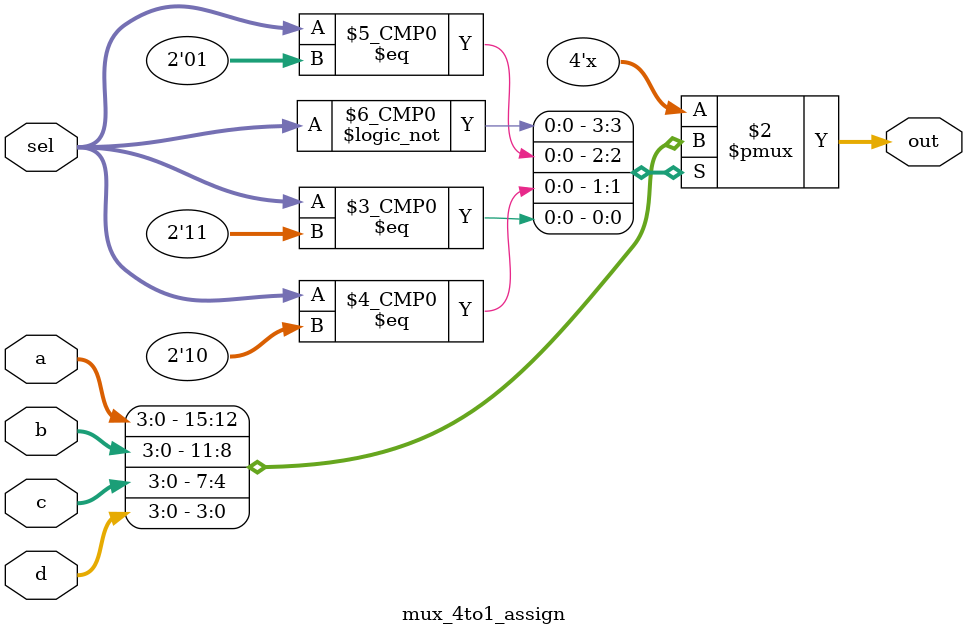
<source format=v>
`timescale 1ns / 1ps


module mux_4to1_assign ( input [3:0] a, input [3:0] b,input [3:0] c,input [3:0] d,input [1:0] sel, output reg [3:0] out);             
 
 always @ (a or b or c or d or sel) begin
     case (sel)
        2'b00 : out = a;
        2'b01 : out = b;
        2'b10 : out = c;
        2'b11 : out = d;
     endcase
  end 
endmodule
</source>
